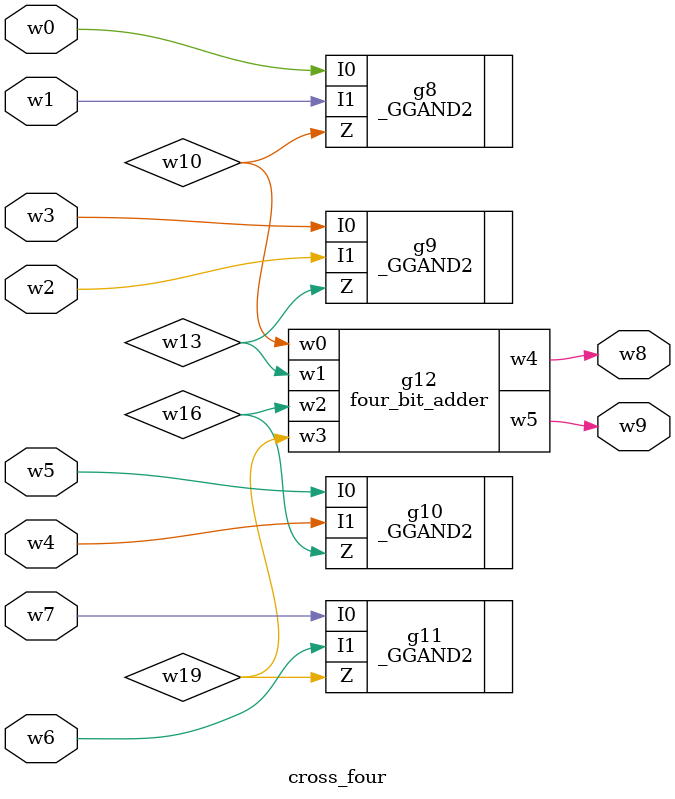
<source format=v>

`timescale 1ns/1ns

module main;    //: root_module
reg w6;    //: /sn:0 {0}(214,270)(214,115)(291,115){1}
//: {2}(295,115)(383,115){3}
//: {4}(387,115)(447,115){5}
//: {6}(451,115)(454,115)(454,214)(810,214)(810,299){7}
//: {8}(449,113)(449,103)(594,103)(594,400){9}
//: {10}(385,117)(385,319){11}
//: {12}(293,113)(293,100){13}
reg w7;    //: /sn:0 {0}(95,290)(95,153)(112,153){1}
//: {2}(114,151)(114,131){3}
//: {4}(116,129)(238,129){5}
//: {6}(242,129)(626,129)(626,400){7}
//: {8}(240,131)(240,214)(337,214)(337,319){9}
//: {10}(114,127)(114,99){11}
//: {12}(114,155)(114,223)(182,223)(182,270){13}
reg w4;    //: /sn:0 {0}(915,279)(915,201)(779,201){1}
//: {2}(775,201)(665,201){3}
//: {4}(663,199)(663,102){5}
//: {6}(661,201)(580,201){7}
//: {8}(576,201)(417,201)(417,319){9}
//: {10}(578,203)(578,400){11}
//: {12}(777,203)(777,213)(778,213)(778,299){13}
reg w0;    //: /sn:0 {0}(100,290)(100,196)(153,196){1}
//: {2}(157,196)(166,196)(166,270){3}
//: {4}(155,194)(155,184)(170,184)(170,195)(155,195)(155,186){5}
//: {6}(155,198)(155,203)(399,203){7}
//: {8}(403,203)(411,203)(411,256)(530,256)(530,400){9}
//: {10}(401,205)(401,319){11}
reg w3;    //: /sn:0 {0}(931,279)(931,192)(795,192){1}
//: {2}(791,192)(718,192){3}
//: {4}(716,190)(716,173){5}
//: {6}(714,192)(612,192){7}
//: {8}(608,192)(572,192)(572,180)(353,180)(353,319){9}
//: {10}(610,194)(610,400){11}
//: {12}(793,194)(793,204)(794,204)(794,299){13}
reg w1;    //: /sn:0 {0}(198,270)(198,193)(334,193){1}
//: {2}(338,193)(365,193){3}
//: {4}(369,193)(515,193){5}
//: {6}(519,193)(562,193)(562,400){7}
//: {8}(517,195)(517,224)(746,224)(746,299){9}
//: {10}(367,195)(367,253)(369,253)(369,319){11}
//: {12}(336,191)(336,178){13}
reg w2;    //: /sn:0 {0}(642,400)(642,182)(824,182){1}
//: {2}(828,182)(916,182){3}
//: {4}(920,182)(961,182){5}
//: {6}(965,182)(1008,182)(1008,282){7}
//: {8}(963,184)(963,279){9}
//: {10}(918,180)(918,176){11}
//: {12}(826,184)(826,299){13}
reg w5;    //: /sn:0 {0}(855,100)(855,121){1}
//: {2}(857,123)(945,123){3}
//: {4}(949,123)(1013,123)(1013,282){5}
//: {6}(947,125)(947,279){7}
//: {8}(853,123)(762,123)(762,124){9}
//: {10}(760,126)(546,126)(546,400){11}
//: {12}(762,128)(762,299){13}
wire w13;    //: /sn:0 {0}(97,311)(97,525){1}
wire w16;    //: /sn:0 {0}(129,638)(129,702)(186,702)(186,720){1}
wire w34;    //: /sn:0 {0}(756,671)(756,685)(690,685)(690,544)(570,544)(570,559){1}
wire w25;    //: /sn:0 {0}(642,501)(642,528)(740,528)(740,558){1}
wire w22;    //: /sn:0 {0}(401,426)(401,524)(243,524)(243,571){1}
wire w20;    //: /sn:0 {0}(810,406)(810,528)(756,528)(756,558){1}
wire w29;    //: /sn:0 {0}(259,684)(259,700)(313,700)(313,715){1}
wire w30;    //: /sn:0 {0}(899,642)(899,650)(850,650)(850,541)(772,541)(772,558){1}
wire w42;    //: /sn:0 {0}(915,642)(915,702)(891,702)(891,717){1}
wire w18;    //: /sn:0 {0}(947,374)(947,511)(915,511)(915,541){1}
wire w19;    //: /sn:0 {0}(963,374)(963,711){1}
wire w12;    //: /sn:0 {0}(113,718)(113,638){1}
wire w10;    //: /sn:0 {0}(1010,303)(1010,713){1}
wire w23;    //: /sn:0 {0}(417,426)(417,529)(538,529)(538,559){1}
wire w21;    //: /sn:0 {0}(826,406)(826,443)(899,443)(899,541){1}
wire w24;    //: /sn:0 {0}(626,501)(626,529)(554,529)(554,559){1}
wire w27;    //: /sn:0 {0}(554,672)(554,681)(467,681)(467,556)(259,556)(259,571){1}
wire w33;    //: /sn:0 {0}(772,671)(772,705)(748,705)(748,720){1}
wire w14;    //: /sn:0 {0}(198,365)(198,485)(113,485)(113,525){1}
wire w11;    //: /sn:0 {0}(243,684)(243,691)(190,691)(190,517)(129,517)(129,525){1}
wire w15;    //: /sn:0 {0}(214,365)(214,541)(227,541)(227,571){1}
wire w38;    //: /sn:0 {0}(554,716)(554,697)(570,697)(570,672){1}
//: enddecls

  //: SWITCH g4 (w4) @(663,89) /sn:0 /R:3 /w:[ 5 ] /st:1 /dn:0
  _GGAND2 #(6) g8 (.I0(w5), .I1(w2), .Z(w10));   //: @(1010,293) /sn:0 /R:3 /w:[ 5 7 0 ]
  //: LED g44 (w12) @(113,725) /sn:0 /R:2 /w:[ 0 ] /type:0
  //: SWITCH g3 (w3) @(716,160) /sn:0 /R:3 /w:[ 5 ] /st:1 /dn:0
  cross_three g16 (.w0(w2), .w1(w6), .w2(w3), .w3(w4), .w4(w5), .w5(w1), .w6(w21), .w7(w20));   //: @(730, 300) /sz:(112, 105) /R:3 /sn:0 /p:[ Ti0>13 Ti1>7 Ti2>13 Ti3>13 Ti4>13 Ti5>9 Bo0<0 Bo1<0 ]
  //: LED g47 (w38) @(554,723) /sn:0 /R:2 /w:[ 0 ] /type:0
  //: joint g17 (w2) @(918, 182) /w:[ 4 10 3 -1 ]
  //: joint g26 (w6) @(449, 115) /w:[ 6 8 5 -1 ]
  //: SWITCH g2 (w2) @(918,163) /sn:0 /R:3 /w:[ 11 ] /st:0 /dn:0
  cross_four g23 (.w0(w2), .w1(w7), .w2(w3), .w3(w6), .w4(w4), .w5(w1), .w6(w5), .w7(w0), .w8(w25), .w9(w24));   //: @(514, 401) /sz:(144, 99) /R:3 /sn:0 /p:[ Ti0>0 Ti1>7 Ti2>11 Ti3>9 Ti4>11 Ti5>7 Ti6>11 Ti7>9 Bo0<0 Bo1<0 ]
  //: joint g30 (w5) @(762, 126) /w:[ -1 9 10 12 ]
  //: SWITCH g1 (w1) @(336,165) /sn:0 /R:3 /w:[ 13 ] /st:1 /dn:0
  //: joint g24 (w2) @(826, 182) /w:[ 2 -1 1 12 ]
  full_adder g39 (.w8(w27), .w9(w22), .w10(w15), .w0(w29), .w1(w11));   //: @(211, 572) /sz:(64, 111) /R:3 /sn:0 /p:[ Ti0>1 Ti1>1 Ti2>1 Bo0<0 Bo1<0 ]
  //: joint g29 (w1) @(517, 193) /w:[ 6 -1 5 8 ]
  //: LED g51 (w33) @(748,727) /sn:0 /R:2 /w:[ 1 ] /type:0
  //: joint g18 (w6) @(293, 115) /w:[ 2 12 1 -1 ]
  cross_two g10 (.w0(w2), .w1(w5), .w2(w3), .w3(w4), .w4(w19), .w5(w18));   //: @(899, 280) /sz:(80, 93) /R:3 /sn:0 /p:[ Ti0>9 Ti1>7 Ti2>0 Ti3>0 Bo0<0 Bo1<0 ]
  //: joint g25 (w7) @(114, 129) /w:[ 4 10 -1 3 ]
  //: LED g49 (w42) @(891,724) /sn:0 /R:2 /w:[ 1 ] /type:0
  //: SWITCH g6 (w6) @(293,87) /sn:0 /R:3 /w:[ 13 ] /st:0 /dn:0
  //: LED g50 (w10) @(1010,720) /sn:0 /R:2 /w:[ 1 ] /type:0
  //: SWITCH g7 (w7) @(114,86) /sn:0 /R:3 /w:[ 11 ] /st:1 /dn:0
  _GGAND2 #(6) g9 (.I0(w0), .I1(w7), .Z(w13));   //: @(97,301) /sn:0 /R:3 /w:[ 0 0 0 ]
  //: joint g35 (w6) @(385, 115) /w:[ 4 -1 3 10 ]
  //: joint g22 (w1) @(336, 193) /w:[ 2 12 1 -1 ]
  cross_three g31 (.w0(w4), .w1(w0), .w2(w6), .w3(w1), .w4(w3), .w5(w7), .w6(w23), .w7(w22));   //: @(321, 320) /sz:(112, 105) /R:3 /sn:0 /p:[ Ti0>9 Ti1>11 Ti2>11 Ti3>11 Ti4>9 Ti5>9 Bo0<0 Bo1<0 ]
  //: joint g33 (w3) @(610, 192) /w:[ 7 -1 8 10 ]
  //: joint g36 (w0) @(401, 203) /w:[ 8 -1 7 10 ]
  full_adder g41 (.w8(w30), .w9(w20), .w10(w25), .w0(w33), .w1(w34));   //: @(724, 559) /sz:(64, 111) /R:3 /sn:0 /p:[ Ti0>1 Ti1>1 Ti2>1 Bo0<0 Bo1<0 ]
  //: LED g45 (w19) @(963,718) /sn:0 /R:2 /w:[ 1 ] /type:0
  full_adder g42 (.w8(w34), .w9(w24), .w10(w23), .w0(w38), .w1(w27));   //: @(522, 560) /sz:(64, 111) /R:3 /sn:0 /p:[ Ti0>1 Ti1>1 Ti2>1 Bo0<1 Bo1<0 ]
  half_adder g40 (.w1(w21), .w0(w18), .w5(w30), .w4(w42));   //: @(883, 542) /sz:(48, 99) /R:3 /sn:0 /p:[ Ti0>1 Ti1>1 Bo0<0 Bo1<0 ]
  //: comment g52 @(109,54) /sn:0
  //: /line:"a3                             a2                                                         a1                               a0"
  //: /end
  //: joint g12 (w2) @(963, 182) /w:[ 6 -1 5 8 ]
  //: joint g28 (w4) @(663, 201) /w:[ 3 4 6 -1 ]
  //: joint g34 (w1) @(367, 193) /w:[ 4 -1 3 10 ]
  //: LED g46 (w29) @(313,722) /sn:0 /R:2 /w:[ 1 ] /type:0
  //: SWITCH g5 (w5) @(855,87) /sn:0 /R:3 /w:[ 0 ] /st:0 /dn:0
  //: joint g11 (w5) @(947, 123) /w:[ 4 -1 3 6 ]
  //: joint g14 (w0) @(155, 196) /w:[ 2 4 1 6 ]
  //: joint g19 (w3) @(793, 192) /w:[ 1 -1 2 12 ]
  //: joint g21 (w5) @(855, 123) /w:[ 2 1 8 -1 ]
  //: joint g20 (w4) @(777, 201) /w:[ 1 -1 2 12 ]
  //: joint g32 (w7) @(240, 129) /w:[ 6 -1 5 8 ]
  //: SWITCH g0 (w0) @(155,173) /sn:0 /R:3 /w:[ 5 ] /st:0 /dn:0
  //: joint g15 (w7) @(114, 153) /w:[ -1 2 1 12 ]
  full_adder g38 (.w8(w11), .w9(w14), .w10(w13), .w0(w16), .w1(w12));   //: @(81, 526) /sz:(64, 111) /R:3 /sn:0 /p:[ Ti0>1 Ti1>1 Ti2>1 Bo0<0 Bo1<1 ]
  //: LED g43 (w16) @(186,727) /sn:0 /R:2 /w:[ 1 ] /type:0
  //: joint g27 (w3) @(716, 192) /w:[ 3 4 6 -1 ]
  //: comment g48 @(111,740) /sn:0
  //: /line:"p7          p6                    p5                                      p4                            p3                       p2          p1      p0"
  //: /end
  //: joint g37 (w4) @(578, 201) /w:[ 7 -1 8 10 ]
  cross_two g13 (.w0(w6), .w1(w1), .w2(w7), .w3(w0), .w4(w15), .w5(w14));   //: @(150, 271) /sz:(80, 93) /R:3 /sn:0 /p:[ Ti0>0 Ti1>0 Ti2>13 Ti3>3 Bo0<0 Bo1<0 ]
  //: comment g53 @(147,131) /sn:0
  //: /line:"b3                             b2                                                              b1                               b0"
  //: /end

endmodule
//: /netlistEnd

//: /netlistBegin half_adder
module half_adder(w5, w4, w1, w0);
//: interface  /sz:(99, 48) /bd:[ Li0>w1(32/48) Li1>w0(16/48) Ro0<w5(32/48) Ro1<w4(16/48) ] /pd: 0 /pi: 0 /pe: 1 /pp: 1
output w4;    //: /sn:0 {0}(359,273)(359,337){1}
input w0;    //: /sn:0 {0}(356,147)(356,174){1}
//: {2}(358,176)(368,176)(368,223)(362,223)(362,252){3}
//: {4}(354,176)(261,176)(261,238){5}
input w1;    //: /sn:0 {0}(265,149)(265,159)(285,159)(285,212){1}
//: {2}(287,214)(357,214)(357,252){3}
//: {4}(283,214)(256,214)(256,238){5}
output w5;    //: /sn:0 {0}(258,259)(258,336){1}
//: enddecls

  //: joint g4 (w1) @(285, 214) /w:[ 2 1 4 -1 ]
  //: OUT g3 (w5) @(258,333) /sn:0 /R:3 /w:[ 1 ]
  //: OUT g2 (w4) @(359,334) /sn:0 /R:3 /w:[ 1 ]
  //: IN g1 (w1) @(265,147) /sn:0 /R:3 /w:[ 0 ]
  _GGXOR2 #(8) g6 (.I0(w0), .I1(w1), .Z(w4));   //: @(359,263) /sn:0 /R:3 /w:[ 3 3 0 ]
  //: joint g7 (w0) @(356, 176) /w:[ 2 1 4 -1 ]
  _GGAND2 #(6) g5 (.I0(w0), .I1(w1), .Z(w5));   //: @(258,249) /sn:0 /R:3 /w:[ 5 5 0 ]
  //: IN g0 (w0) @(356,145) /sn:0 /R:3 /w:[ 0 ]

endmodule
//: /netlistEnd

//: /netlistBegin four_bit_adder
module four_bit_adder(w5, w3, w2, w1, w4, w0);
//: interface  /sz:(123, 80) /bd:[ Li0>w0(16/80) Li1>w1(32/80) Li2>w2(48/80) Li3>w3(64/80) Ro0<w4(16/80) Ro1<w5(32/80) ] /pd: 0 /pi: 0 /pe: 1 /pp: 1
output w4;    //: /sn:0 {0}(304,462)(304,558)(324,558)(324,573){1}
input w0;    //: /sn:0 {0}(449,146)(449,186)(402,186)(402,201){1}
input w3;    //: /sn:0 {0}(251,144)(251,346)(288,346)(288,361){1}
input w1;    //: /sn:0 {0}(390,145)(390,186)(386,186)(386,201){1}
input w2;    //: /sn:0 {0}(320,147)(320,186)(370,186)(370,201){1}
output w5;    //: /sn:0 {0}(208,573)(208,600)(209,600)(209,615){1}
wire w7;    //: /sn:0 {0}(206,552)(206,333)(386,333)(386,314){1}
wire w12;    //: /sn:0 {0}(288,462)(288,537)(211,537)(211,552){1}
wire w8;    //: /sn:0 {0}(402,314)(402,350)(304,350)(304,361){1}
//: enddecls

  full_adder g4 (.w8(w0), .w9(w1), .w10(w2), .w0(w8), .w1(w7));   //: @(354, 202) /sz:(64, 111) /R:3 /sn:0 /p:[ Ti0>1 Ti1>1 Ti2>1 Bo0<0 Bo1<1 ]
  //: OUT g8 (w5) @(209,612) /sn:0 /R:3 /w:[ 1 ]
  //: IN g3 (w3) @(251,142) /sn:0 /R:3 /w:[ 0 ]
  //: IN g2 (w2) @(320,145) /sn:0 /R:3 /w:[ 0 ]
  //: IN g1 (w1) @(390,143) /sn:0 /R:3 /w:[ 0 ]
  _GGOR2 #(6) g6 (.I0(w12), .I1(w7), .Z(w5));   //: @(208,563) /sn:0 /R:3 /w:[ 1 0 0 ]
  //: OUT g7 (w4) @(324,570) /sn:0 /R:3 /w:[ 1 ]
  half_adder g5 (.w1(w3), .w0(w8), .w5(w12), .w4(w4));   //: @(272, 362) /sz:(48, 99) /R:3 /sn:0 /p:[ Ti0>1 Ti1>1 Bo0<0 Bo1<0 ]
  //: IN g0 (w0) @(449,144) /sn:0 /R:3 /w:[ 0 ]

endmodule
//: /netlistEnd

//: /netlistBegin cross_two
module cross_two(w5, w3, w2, w1, w4, w0);
//: interface  /sz:(93, 80) /bd:[ Li0>w0(16/80) Li1>w1(32/80) Li2>w2(48/80) Li3>w3(64/80) Ro0<w4(16/80) Ro1<w5(32/80) ] /pd: 0 /pi: 0 /pe: 1 /pp: 1
output w4;    //: /sn:0 {0}(440,590)(440,570)(433,570)(433,529){1}
input w0;    //: /sn:0 {0}(580,168)(580,259)(458,259)(458,277){1}
input w3;    //: /sn:0 {0}(259,166)(259,262)(453,262)(453,277){1}
input w1;    //: /sn:0 {0}(522,170)(522,339)(373,339)(373,354){1}
input w2;    //: /sn:0 {0}(322,165)(322,339)(368,339)(368,354){1}
output w5;    //: /sn:0 {0}(417,529)(417,569)(370,569)(370,620){1}
wire w6;    //: /sn:0 {0}(455,298)(455,413)(433,413)(433,428){1}
wire w9;    //: /sn:0 {0}(370,375)(370,413)(417,413)(417,428){1}
//: enddecls

  _GGAND2 #(6) g4 (.I0(w0), .I1(w3), .Z(w6));   //: @(455,288) /sn:0 /R:3 /w:[ 1 1 0 ]
  //: OUT g8 (w5) @(370,617) /sn:0 /R:3 /w:[ 1 ]
  //: IN g3 (w3) @(259,164) /sn:0 /R:3 /w:[ 0 ]
  //: IN g2 (w2) @(322,163) /sn:0 /R:3 /w:[ 0 ]
  //: IN g1 (w1) @(522,168) /sn:0 /R:3 /w:[ 0 ]
  half_adder g6 (.w0(w6), .w1(w9), .w4(w4), .w5(w5));   //: @(401, 429) /sz:(48, 99) /R:3 /sn:0 /p:[ Ti0>1 Ti1>1 Bo0<1 Bo1<0 ]
  //: OUT g7 (w4) @(440,587) /sn:0 /R:3 /w:[ 0 ]
  _GGAND2 #(6) g5 (.I0(w1), .I1(w2), .Z(w9));   //: @(370,365) /sn:0 /R:3 /w:[ 1 1 0 ]
  //: IN g0 (w0) @(580,166) /sn:0 /R:3 /w:[ 0 ]

endmodule
//: /netlistEnd

//: /netlistBegin cross_three
module cross_three(w4, w3, w2, w1, w6, w5, w7, w0);
//: interface  /sz:(105, 112) /bd:[ Li0>w0(16/112) Li1>w1(32/112) Li2>w2(48/112) Li3>w3(64/112) Li4>w4(80/112) Li5>w5(96/112) Ro0<w6(16/112) Ro1<w7(32/112) ] /pd: 0 /pi: 0 /pe: 1 /pp: 1
output w6;    //: /sn:0 {0}(379,560)(379,541)(363,541)(363,507)(346,507)(346,459){1}
output w7;    //: /sn:0 {0}(318,515)(318,474)(330,474)(330,459){1}
input w4;    //: /sn:0 {0}(258,119)(258,229)(245,229)(245,244){1}
input w0;    //: /sn:0 {0}(489,112)(489,228)(485,228)(485,243){1}
input w3;    //: /sn:0 {0}(309,154)(309,231)(351,231)(351,246){1}
input w1;    //: /sn:0 {0}(443,159)(443,228)(480,228)(480,243){1}
input w2;    //: /sn:0 {0}(372,120)(372,231)(356,231)(356,246){1}
input w5;    //: /sn:0 {0}(230,163)(230,229)(240,229)(240,244){1}
wire w8;    //: /sn:0 {0}(482,264)(482,325)(346,325)(346,346){1}
wire w14;    //: /sn:0 {0}(242,265)(242,331)(314,331)(314,346){1}
wire w11;    //: /sn:0 {0}(330,346)(330,308)(353,308)(353,267){1}
//: enddecls

  //: IN g4 (w4) @(258,117) /sn:0 /R:3 /w:[ 0 ]
  _GGAND2 #(6) g8 (.I0(w4), .I1(w5), .Z(w14));   //: @(242,255) /sn:0 /R:3 /w:[ 1 1 0 ]
  //: IN g3 (w3) @(309,152) /sn:0 /R:3 /w:[ 0 ]
  //: IN g2 (w2) @(372,118) /sn:0 /R:3 /w:[ 0 ]
  //: IN g1 (w1) @(443,157) /sn:0 /R:3 /w:[ 0 ]
  //: OUT g10 (w6) @(379,557) /sn:0 /R:3 /w:[ 0 ]
  _GGAND2 #(6) g6 (.I0(w0), .I1(w1), .Z(w8));   //: @(482,254) /sn:0 /R:3 /w:[ 1 1 0 ]
  _GGAND2 #(6) g7 (.I0(w2), .I1(w3), .Z(w11));   //: @(353,257) /sn:0 /R:3 /w:[ 1 1 1 ]
  full_adder g9 (.w8(w8), .w9(w11), .w10(w14), .w0(w6), .w1(w7));   //: @(298, 347) /sz:(64, 111) /R:3 /sn:0 /p:[ Ti0>1 Ti1>0 Ti2>1 Bo0<1 Bo1<1 ]
  //: IN g5 (w5) @(230,161) /sn:0 /R:3 /w:[ 0 ]
  //: OUT g11 (w7) @(318,512) /sn:0 /R:3 /w:[ 0 ]
  //: IN g0 (w0) @(489,110) /sn:0 /R:3 /w:[ 0 ]

endmodule
//: /netlistEnd

//: /netlistBegin full_adder
module full_adder(w10, w9, w8, w1, w0);
//: interface  /sz:(111, 64) /bd:[ Li0>w8(16/64) Li1>w9(32/64) Li2>w10(48/64) Ro0<w0(16/64) Ro1<w1(32/64) ] /pd: 0 /pi: 0 /pe: 1 /pp: 1
output w0;    //: /sn:0 {0}(395,548)(395,489)(379,489)(379,427){1}
input w10;    //: /sn:0 {0}(431,129)(431,172){1}
output w1;    //: /sn:0 {0}(299,554)(299,516)(305,516)(305,501){1}
input w8;    //: /sn:0 {0}(362,130)(362,157)(415,157)(415,172){1}
input w9;    //: /sn:0 {0}(363,326)(363,312)(294,312)(294,134){1}
wire w3;    //: /sn:0 {0}(431,273)(431,310)(379,310)(379,326){1}
wire w11;    //: /sn:0 {0}(308,480)(308,469)(363,469)(363,427){1}
wire w5;    //: /sn:0 {0}(303,480)(303,290)(415,290)(415,273){1}
//: enddecls

  //: IN g4 (w10) @(431,127) /sn:0 /R:3 /w:[ 0 ]
  _GGOR2 #(6) g8 (.I0(w11), .I1(w5), .Z(w1));   //: @(305,491) /sn:0 /R:3 /w:[ 0 0 1 ]
  //: IN g3 (w9) @(294,132) /sn:0 /R:3 /w:[ 1 ]
  //: IN g2 (w8) @(362,128) /sn:0 /R:3 /w:[ 0 ]
  half_adder g1 (.w1(w9), .w0(w3), .w5(w11), .w4(w0));   //: @(347, 327) /sz:(48, 99) /R:3 /sn:0 /p:[ Ti0>0 Ti1>1 Bo0<1 Bo1<1 ]
  //: OUT g6 (w1) @(299,551) /sn:0 /R:3 /w:[ 0 ]
  //: OUT g5 (w0) @(395,545) /sn:0 /R:3 /w:[ 0 ]
  half_adder g0 (.w1(w8), .w0(w10), .w5(w5), .w4(w3));   //: @(399, 173) /sz:(48, 99) /R:3 /sn:0 /p:[ Ti0>1 Ti1>1 Bo0<1 Bo1<0 ]

endmodule
//: /netlistEnd

//: /netlistBegin cross_four
module cross_four(w4, w3, w2, w1, w6, w7, w5, w9, w0, w8);
//: interface  /sz:(99, 144) /bd:[ Li0>w0(16/144) Li1>w1(32/144) Li2>w2(48/144) Li3>w3(64/144) Li4>w4(80/144) Li5>w5(96/144) Li6>w6(112/144) Li7>w7(128/144) Ro0<w8(16/144) Ro1<w9(32/144) ] /pd: 0 /pi: 0 /pe: 1 /pp: 1
input w6;    //: /sn:0 {0}(113,108)(113,162)(138,162)(138,177){1}
input w7;    //: /sn:0 {0}(154,108)(154,162)(143,162)(143,177){1}
input w4;    //: /sn:0 {0}(214,94)(214,156)(230,156)(230,171){1}
input w0;    //: /sn:0 {0}(462,108)(462,169)(443,169)(443,184){1}
input w3;    //: /sn:0 {0}(357,93)(357,154)(341,154)(341,169){1}
input w1;    //: /sn:0 {0}(421,108)(421,169)(438,169)(438,184){1}
output w8;    //: /sn:0 {0}(308,401)(308,462)(337,462)(337,477){1}
input w2;    //: /sn:0 {0}(316,93)(316,154)(336,154)(336,169){1}
input w5;    //: /sn:0 {0}(255,94)(255,156)(235,156)(235,171){1}
output w9;    //: /sn:0 {0}(292,401)(292,465)(275,465)(275,480){1}
wire w13;    //: /sn:0 {0}(292,276)(292,205)(338,205)(338,190){1}
wire w16;    //: /sn:0 {0}(276,276)(276,235)(232,235)(232,192){1}
wire w19;    //: /sn:0 {0}(140,198)(140,249)(260,249)(260,276){1}
wire w10;    //: /sn:0 {0}(308,276)(308,260)(440,260)(440,205){1}
//: enddecls

  //: IN g4 (w4) @(214,92) /sn:0 /R:3 /w:[ 0 ]
  _GGAND2 #(6) g8 (.I0(w0), .I1(w1), .Z(w10));   //: @(440,195) /sn:0 /R:3 /w:[ 1 1 1 ]
  //: IN g3 (w3) @(357,91) /sn:0 /R:3 /w:[ 0 ]
  //: IN g2 (w2) @(316,91) /sn:0 /R:3 /w:[ 0 ]
  //: IN g1 (w1) @(421,106) /sn:0 /R:3 /w:[ 0 ]
  _GGAND2 #(6) g10 (.I0(w5), .I1(w4), .Z(w16));   //: @(232,182) /sn:0 /R:3 /w:[ 1 1 1 ]
  //: IN g6 (w6) @(113,106) /sn:0 /R:3 /w:[ 0 ]
  //: IN g7 (w7) @(154,106) /sn:0 /R:3 /w:[ 0 ]
  _GGAND2 #(6) g9 (.I0(w3), .I1(w2), .Z(w13));   //: @(338,180) /sn:0 /R:3 /w:[ 1 1 1 ]
  four_bit_adder g12 (.w0(w10), .w1(w13), .w2(w16), .w3(w19), .w4(w8), .w5(w9));   //: @(244, 277) /sz:(80, 123) /R:3 /sn:0 /p:[ Ti0>0 Ti1>0 Ti2>0 Ti3>1 Bo0<0 Bo1<0 ]
  //: IN g5 (w5) @(255,92) /sn:0 /R:3 /w:[ 0 ]
  _GGAND2 #(6) g11 (.I0(w7), .I1(w6), .Z(w19));   //: @(140,188) /sn:0 /R:3 /w:[ 1 1 0 ]
  //: OUT g14 (w9) @(275,477) /sn:0 /R:3 /w:[ 1 ]
  //: IN g0 (w0) @(462,106) /sn:0 /R:3 /w:[ 0 ]
  //: OUT g13 (w8) @(337,474) /sn:0 /R:3 /w:[ 1 ]

endmodule
//: /netlistEnd


</source>
